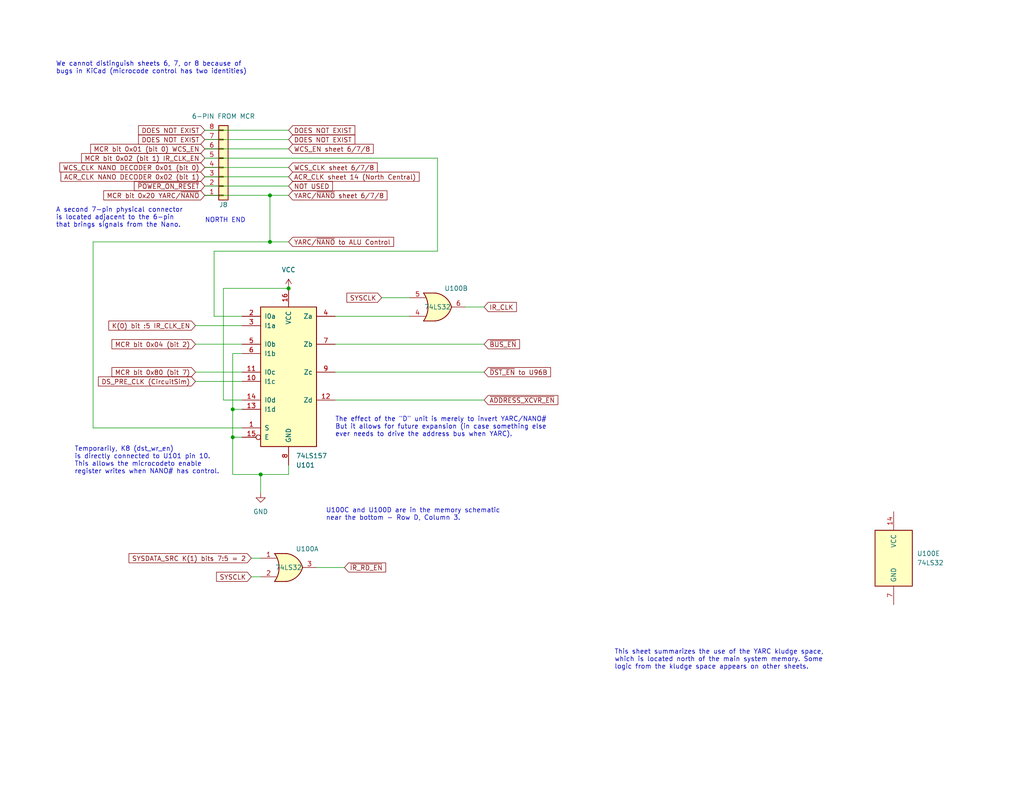
<source format=kicad_sch>
(kicad_sch (version 20211123) (generator eeschema)
  (paper "USLetter")
  (title_block (title "YARC Kludge Space"))
  (lib_symbols
    (symbol "74xx:74LS157" (pin_names (offset 1.016))
      (property "Reference" "U" (at -7.62 19.05 0))
      (property "Value" "74LS157" (at -7.62 -21.59 0))
      (symbol "74LS157_1_0"
        (pin input line (at -12.7 -15.24 0) (length 5.08) (name "S") (number "1"))
        (pin input line (at -12.7 -2.54 0) (length 5.08) (name "I1c") (number "10"))
        (pin input line (at -12.7 0 0) (length 5.08) (name "I0c") (number "11"))
        (pin output line (at 12.7 -7.62 180) (length 5.08) (name "Zd") (number "12"))
        (pin input line (at -12.7 -10.16 0) (length 5.08) (name "I1d") (number "13"))
        (pin input line (at -12.7 -7.62 0) (length 5.08) (name "I0d") (number "14"))
        (pin input inverted (at -12.7 -17.78 0) (length 5.08) (name "E") (number "15"))
        (pin power_in line (at 0 22.86 270) (length 5.08) (name "VCC") (number "16"))
        (pin input line (at -12.7 15.24 0) (length 5.08) (name "I0a") (number "2"))
        (pin input line (at -12.7 12.7 0) (length 5.08) (name "I1a") (number "3"))
        (pin output line (at 12.7 15.24 180) (length 5.08) (name "Za") (number "4"))
        (pin input line (at -12.7 7.62 0) (length 5.08) (name "I0b") (number "5"))
        (pin input line (at -12.7 5.08 0) (length 5.08) (name "I1b") (number "6"))
        (pin output line (at 12.7 7.62 180) (length 5.08) (name "Zb") (number "7"))
        (pin power_in line (at 0 -25.4 90) (length 5.08) (name "GND") (number "8"))
        (pin output line (at 12.7 0 180) (length 5.08) (name "Zc") (number "9"))
      )
      (symbol "74LS157_1_1"
        (rectangle (start -7.62 17.78) (end 7.62 -20.32) (stroke (width 0.254)) (fill (type background)))
      )
    )
    (symbol "74xx:74LS32" (pin_names (offset 1.016))
      (property "Reference" "U" (at 0 1.27 0))
      (property "Value" "74LS32" (at 0 -1.27 0))
      (symbol "74LS32_1_1"
        (arc (start -3.81 -3.81) (mid -2.589 0) (end -3.81 3.81) (stroke (width 0.254)))
        (arc (start -0.6096 -3.81) (mid 2.1855 -2.584) (end 3.81 0) (stroke (width 0.254)) (fill (type background)))
        (polyline (pts (xy -3.81 -3.81) (xy -0.635 -3.81)) (stroke (width 0.254)) (fill (type background)))
        (polyline (pts (xy -3.81 3.81) (xy -0.635 3.81)) (stroke (width 0.254)) (fill (type background)))
        (polyline (pts (xy -0.635 3.81) (xy -3.81 3.81) (xy -3.81 3.81) (xy -3.556 3.4036) (xy -3.0226 2.2606) (xy -2.6924 1.0414) (xy -2.6162 -0.254) (xy -2.7686 -1.4986) (xy -3.175 -2.7178) (xy -3.81 -3.81) (xy -3.81 -3.81) (xy -0.635 -3.81)) (stroke (width -25.4)) (fill (type background)))
        (arc (start 3.81 0) (mid 2.1928 2.5925) (end -0.6096 3.81) (stroke (width 0.254)) (fill (type background)))
        (pin input line (at -7.62 2.54 0) (length 4.318) (name "~") (number "1"))
        (pin input line (at -7.62 -2.54 0) (length 4.318) (name "~") (number "2"))
        (pin output line (at 7.62 0 180) (length 3.81) (name "~") (number "3"))
      )
      (symbol "74LS32_1_2"
        (arc (start 0 -3.81) (mid 3.81 0) (end 0 3.81) (stroke (width 0.254)) (fill (type background)))
        (polyline (pts (xy 0 3.81) (xy -3.81 3.81) (xy -3.81 -3.81) (xy 0 -3.81)) (stroke (width 0.254)) (fill (type background)))
        (pin input inverted (at -7.62 2.54 0) (length 3.81) (name "~") (number "1"))
        (pin input inverted (at -7.62 -2.54 0) (length 3.81) (name "~") (number "2"))
        (pin output inverted (at 7.62 0 180) (length 3.81) (name "~") (number "3"))
      )
      (symbol "74LS32_2_1"
        (arc (start -3.81 -3.81) (mid -2.589 0) (end -3.81 3.81) (stroke (width 0.254)))
        (arc (start -0.6096 -3.81) (mid 2.1855 -2.584) (end 3.81 0) (stroke (width 0.254)) (fill (type background)))
        (polyline (pts (xy -3.81 -3.81) (xy -0.635 -3.81)) (stroke (width 0.254)) (fill (type background)))
        (polyline (pts (xy -3.81 3.81) (xy -0.635 3.81)) (stroke (width 0.254)) (fill (type background)))
        (polyline (pts (xy -0.635 3.81) (xy -3.81 3.81) (xy -3.81 3.81) (xy -3.556 3.4036) (xy -3.0226 2.2606) (xy -2.6924 1.0414) (xy -2.6162 -0.254) (xy -2.7686 -1.4986) (xy -3.175 -2.7178) (xy -3.81 -3.81) (xy -3.81 -3.81) (xy -0.635 -3.81)) (stroke (width -25.4)) (fill (type background)))
        (arc (start 3.81 0) (mid 2.1928 2.5925) (end -0.6096 3.81) (stroke (width 0.254)) (fill (type background)))
        (pin input line (at -7.62 2.54 0) (length 4.318) (name "~") (number "4"))
        (pin input line (at -7.62 -2.54 0) (length 4.318) (name "~") (number "5"))
        (pin output line (at 7.62 0 180) (length 3.81) (name "~") (number "6"))
      )
      (symbol "74LS32_2_2"
        (arc (start 0 -3.81) (mid 3.81 0) (end 0 3.81) (stroke (width 0.254)) (fill (type background)))
        (polyline (pts (xy 0 3.81) (xy -3.81 3.81) (xy -3.81 -3.81) (xy 0 -3.81)) (stroke (width 0.254)) (fill (type background)))
        (pin input inverted (at -7.62 2.54 0) (length 3.81) (name "~") (number "4"))
        (pin input inverted (at -7.62 -2.54 0) (length 3.81) (name "~") (number "5"))
        (pin output inverted (at 7.62 0 180) (length 3.81) (name "~") (number "6"))
      )
      (symbol "74LS32_3_1"
        (arc (start -3.81 -3.81) (mid -2.589 0) (end -3.81 3.81) (stroke (width 0.254)))
        (arc (start -0.6096 -3.81) (mid 2.1855 -2.584) (end 3.81 0) (stroke (width 0.254)) (fill (type background)))
        (polyline (pts (xy -3.81 -3.81) (xy -0.635 -3.81)) (stroke (width 0.254)) (fill (type background)))
        (polyline (pts (xy -3.81 3.81) (xy -0.635 3.81)) (stroke (width 0.254)) (fill (type background)))
        (polyline (pts (xy -0.635 3.81) (xy -3.81 3.81) (xy -3.81 3.81) (xy -3.556 3.4036) (xy -3.0226 2.2606) (xy -2.6924 1.0414) (xy -2.6162 -0.254) (xy -2.7686 -1.4986) (xy -3.175 -2.7178) (xy -3.81 -3.81) (xy -3.81 -3.81) (xy -0.635 -3.81)) (stroke (width -25.4)) (fill (type background)))
        (arc (start 3.81 0) (mid 2.1928 2.5925) (end -0.6096 3.81) (stroke (width 0.254)) (fill (type background)))
        (pin input line (at -7.62 -2.54 0) (length 4.318) (name "~") (number "10"))
        (pin output line (at 7.62 0 180) (length 3.81) (name "~") (number "8"))
        (pin input line (at -7.62 2.54 0) (length 4.318) (name "~") (number "9"))
      )
      (symbol "74LS32_3_2"
        (arc (start 0 -3.81) (mid 3.81 0) (end 0 3.81) (stroke (width 0.254)) (fill (type background)))
        (polyline (pts (xy 0 3.81) (xy -3.81 3.81) (xy -3.81 -3.81) (xy 0 -3.81)) (stroke (width 0.254)) (fill (type background)))
        (pin input inverted (at -7.62 -2.54 0) (length 3.81) (name "~") (number "10"))
        (pin output inverted (at 7.62 0 180) (length 3.81) (name "~") (number "8"))
        (pin input inverted (at -7.62 2.54 0) (length 3.81) (name "~") (number "9"))
      )
      (symbol "74LS32_4_1"
        (arc (start -3.81 -3.81) (mid -2.589 0) (end -3.81 3.81) (stroke (width 0.254)))
        (arc (start -0.6096 -3.81) (mid 2.1855 -2.584) (end 3.81 0) (stroke (width 0.254)) (fill (type background)))
        (polyline (pts (xy -3.81 -3.81) (xy -0.635 -3.81)) (stroke (width 0.254)) (fill (type background)))
        (polyline (pts (xy -3.81 3.81) (xy -0.635 3.81)) (stroke (width 0.254)) (fill (type background)))
        (polyline (pts (xy -0.635 3.81) (xy -3.81 3.81) (xy -3.81 3.81) (xy -3.556 3.4036) (xy -3.0226 2.2606) (xy -2.6924 1.0414) (xy -2.6162 -0.254) (xy -2.7686 -1.4986) (xy -3.175 -2.7178) (xy -3.81 -3.81) (xy -3.81 -3.81) (xy -0.635 -3.81)) (stroke (width -25.4)) (fill (type background)))
        (arc (start 3.81 0) (mid 2.1928 2.5925) (end -0.6096 3.81) (stroke (width 0.254)) (fill (type background)))
        (pin output line (at 7.62 0 180) (length 3.81) (name "~") (number "11"))
        (pin input line (at -7.62 2.54 0) (length 4.318) (name "~") (number "12"))
        (pin input line (at -7.62 -2.54 0) (length 4.318) (name "~") (number "13"))
      )
      (symbol "74LS32_4_2"
        (arc (start 0 -3.81) (mid 3.81 0) (end 0 3.81) (stroke (width 0.254)) (fill (type background)))
        (polyline (pts (xy 0 3.81) (xy -3.81 3.81) (xy -3.81 -3.81) (xy 0 -3.81)) (stroke (width 0.254)) (fill (type background)))
        (pin output inverted (at 7.62 0 180) (length 3.81) (name "~") (number "11"))
        (pin input inverted (at -7.62 2.54 0) (length 3.81) (name "~") (number "12"))
        (pin input inverted (at -7.62 -2.54 0) (length 3.81) (name "~") (number "13"))
      )
      (symbol "74LS32_5_0"
        (pin power_in line (at 0 12.7 270) (length 5.08) (name "VCC") (number "14"))
        (pin power_in line (at 0 -12.7 90) (length 5.08) (name "GND") (number "7"))
      )
      (symbol "74LS32_5_1"
        (rectangle (start -5.08 7.62) (end 5.08 -7.62) (stroke (width 0.254)) (fill (type background)))
      )
    )
    (symbol "Connector_Generic:Conn_01x08" (pin_names (offset 1.016) hide)
      (property "Reference" "J" (at 0 10.16 0))
      (property "Value" "Conn_01x08" (at 0 -12.7 0))
      (symbol "Conn_01x08_1_1"
        (rectangle (start -1.27 -10.033) (end 0 -10.287) (stroke (width 0.1524)))
        (rectangle (start -1.27 -7.493) (end 0 -7.747) (stroke (width 0.1524)))
        (rectangle (start -1.27 -4.953) (end 0 -5.207) (stroke (width 0.1524)))
        (rectangle (start -1.27 -2.413) (end 0 -2.667) (stroke (width 0.1524)))
        (rectangle (start -1.27 0.127) (end 0 -0.127) (stroke (width 0.1524)))
        (rectangle (start -1.27 2.667) (end 0 2.413) (stroke (width 0.1524)))
        (rectangle (start -1.27 5.207) (end 0 4.953) (stroke (width 0.1524)))
        (rectangle (start -1.27 7.747) (end 0 7.493) (stroke (width 0.1524)))
        (rectangle (start -1.27 8.89) (end 1.27 -11.43) (stroke (width 0.254)) (fill (type background)))
        (pin passive line (at -5.08 7.62 0) (length 3.81) (name "Pin_1") (number "1"))
        (pin passive line (at -5.08 5.08 0) (length 3.81) (name "Pin_2") (number "2"))
        (pin passive line (at -5.08 2.54 0) (length 3.81) (name "Pin_3") (number "3"))
        (pin passive line (at -5.08 0 0) (length 3.81) (name "Pin_4") (number "4"))
        (pin passive line (at -5.08 -2.54 0) (length 3.81) (name "Pin_5") (number "5"))
        (pin passive line (at -5.08 -5.08 0) (length 3.81) (name "Pin_6") (number "6"))
        (pin passive line (at -5.08 -7.62 0) (length 3.81) (name "Pin_7") (number "7"))
        (pin passive line (at -5.08 -10.16 0) (length 3.81) (name "Pin_8") (number "8"))
      )
    )
    (symbol "power:GND" (power) (pin_names (offset 0))
      (property "Value" "GND" (at 0 -3.81 0))
      (symbol "GND_0_1"
        (polyline (pts (xy 0 0) (xy 0 -1.27) (xy 1.27 -1.27) (xy 0 -2.54) (xy -1.27 -1.27) (xy 0 -1.27)))
      )
      (symbol "GND_1_1"
        (pin power_in line (at 0 0 270) (length 0) hide (name "GND") (number "1"))
      )
    )
    (symbol "power:VCC" (power) (pin_names (offset 0))
      (property "Value" "VCC" (at 0 3.81 0))
      (symbol "VCC_0_1"
        (polyline (pts (xy -0.762 1.27) (xy 0 2.54)))
        (polyline (pts (xy 0 0) (xy 0 2.54)))
        (polyline (pts (xy 0 2.54) (xy 0.762 1.27)))
      )
      (symbol "VCC_1_1"
        (pin power_in line (at 0 0 90) (length 0) hide (name "VCC") (number "1"))
      )
    )
  )
  (junction (at 63.5 119.38))
  (junction (at 78.74 78.74))
  (junction (at 63.5 111.76))
  (junction (at 73.66 53.34))
  (junction (at 71.12 129.54))
  (junction (at 73.66 66.04))
  (wire (pts (xy 104.14 81.28) (xy 111.76 81.28)))
  (wire (pts (xy 119.38 43.18) (xy 55.88 43.18)))
  (wire (pts (xy 58.42 86.36) (xy 66.04 86.36)))
  (wire (pts (xy 66.04 101.6) (xy 53.34 101.6)))
  (wire (pts (xy 73.66 66.04) (xy 73.66 53.34)))
  (wire (pts (xy 119.38 68.58) (xy 119.38 43.18)))
  (wire (pts (xy 91.44 109.22) (xy 132.08 109.22)))
  (wire (pts (xy 73.66 53.34) (xy 78.74 53.34)))
  (wire (pts (xy 25.4 66.04) (xy 25.4 116.84)))
  (wire (pts (xy 55.88 53.34) (xy 73.66 53.34)))
  (wire (pts (xy 60.96 109.22) (xy 60.96 78.74)))
  (wire (pts (xy 63.5 96.52) (xy 63.5 111.76)))
  (wire (pts (xy 63.5 129.54) (xy 71.12 129.54)))
  (wire (pts (xy 71.12 134.62) (xy 71.12 129.54)))
  (wire (pts (xy 68.58 152.4) (xy 71.12 152.4)))
  (wire (pts (xy 91.44 86.36) (xy 111.76 86.36)))
  (wire (pts (xy 53.34 93.98) (xy 66.04 93.98)))
  (wire (pts (xy 58.42 68.58) (xy 58.42 86.36)))
  (wire (pts (xy 78.74 48.26) (xy 55.88 48.26)))
  (wire (pts (xy 66.04 111.76) (xy 63.5 111.76)))
  (wire (pts (xy 78.74 50.8) (xy 55.88 50.8)))
  (wire (pts (xy 63.5 129.54) (xy 63.5 119.38)))
  (wire (pts (xy 25.4 66.04) (xy 73.66 66.04)))
  (wire (pts (xy 78.74 35.56) (xy 55.88 35.56)))
  (wire (pts (xy 91.44 93.98) (xy 132.08 93.98)))
  (wire (pts (xy 66.04 88.9) (xy 53.34 88.9)))
  (wire (pts (xy 25.4 116.84) (xy 66.04 116.84)))
  (wire (pts (xy 66.04 104.14) (xy 53.34 104.14)))
  (wire (pts (xy 78.74 38.1) (xy 55.88 38.1)))
  (wire (pts (xy 63.5 111.76) (xy 63.5 119.38)))
  (wire (pts (xy 127 83.82) (xy 132.08 83.82)))
  (wire (pts (xy 66.04 119.38) (xy 63.5 119.38)))
  (wire (pts (xy 73.66 66.04) (xy 78.74 66.04)))
  (wire (pts (xy 78.74 45.72) (xy 55.88 45.72)))
  (wire (pts (xy 78.74 40.64) (xy 55.88 40.64)))
  (wire (pts (xy 66.04 109.22) (xy 60.96 109.22)))
  (wire (pts (xy 60.96 78.74) (xy 78.74 78.74)))
  (wire (pts (xy 71.12 129.54) (xy 78.74 129.54)))
  (wire (pts (xy 86.36 154.94) (xy 93.98 154.94)))
  (wire (pts (xy 58.42 68.58) (xy 119.38 68.58)))
  (wire (pts (xy 71.12 157.48) (xy 68.58 157.48)))
  (wire (pts (xy 91.44 101.6) (xy 132.08 101.6)))
  (wire (pts (xy 78.74 129.54) (xy 78.74 127)))
  (wire (pts (xy 63.5 96.52) (xy 66.04 96.52)))
  (text "NORTH END" (at 55.88 60.96 0) (effects (font (size 1.27 1.27)) (justify left bottom)))
  (text "Temporarily, K8 (dst_wr_en)\nis directly connected to U101 pin 10.\nThis allows the microcodeto enable\nregister writes when NANO# has control." (at 20.32 129.54 0) (effects (font (size 1.27 1.27)) (justify left bottom)))
  (text "The effect of the \"D\" unit is merely to invert YARC/NANO#\nBut it allows for future expansion (in case something else\never needs to drive the address bus when YARC)." (at 91.44 119.38 0) (effects (font (size 1.27 1.27)) (justify left bottom)))
  (text "U100C and U100D are in the memory schematic\nnear the bottom - Row D, Column 3." (at 88.9 142.24 0) (effects (font (size 1.27 1.27)) (justify left bottom)))
  (text "A second 7-pin physical connector\nis located adjacent to the 6-pin\nthat brings signals from the Nano." (at 15.24 62.23 0) (effects (font (size 1.27 1.27)) (justify left bottom)))
  (text "This sheet summarizes the use of the YARC kludge space,\nwhich is located north of the main system memory. Some\nlogic from the kludge space appears on other sheets." (at 167.64 182.88 0) (effects (font (size 1.27 1.27)) (justify left bottom)))
  (text "We cannot distinguish sheets 6, 7, or 8 because of\nbugs in KiCad (microcode control has two identities)" (at 15.24 20.32 0) (effects (font (size 1.27 1.27)) (justify left bottom)))
  (global_label "DOES NOT EXIST" (shape input) (at 78.74 38.1 0) (property "Intersheet References" "${INTERSHEET_REFS}" (effects hide)))
  (global_label "MCR bit 0x04 (bit 2)" (shape input) (at 53.34 93.98 180) (property "Intersheet References" "${INTERSHEET_REFS}" (effects hide)))
  (global_label "MCR bit 0x80 (bit 7)" (shape input) (at 53.34 101.6 180) (property "Intersheet References" "${INTERSHEET_REFS}" (effects hide)))
  (global_label "~{DST_EN} to U96B" (shape input) (at 132.08 101.6 0) (property "Intersheet References" "${INTERSHEET_REFS}" (effects hide)))
  (global_label "K(0) bit :5 IR_CLK_EN" (shape input) (at 53.34 88.9 180) (property "Intersheet References" "${INTERSHEET_REFS}" (effects hide)))
  (global_label "WCS_CLK sheet 6{slash}7{slash}8" (shape input) (at 78.74 45.72 0) (property "Intersheet References" "${INTERSHEET_REFS}" (effects hide)))
  (global_label "WCS_CLK NANO DECODER 0x01 (bit 0)" (shape input) (at 55.88 45.72 180) (property "Intersheet References" "${INTERSHEET_REFS}" (effects hide)))
  (global_label "~{ADDRESS_XCVR_EN}" (shape input) (at 132.08 109.22 0) (property "Intersheet References" "${INTERSHEET_REFS}" (effects hide)))
  (global_label "SYSCLK" (shape input) (at 68.58 157.48 180) (property "Intersheet References" "${INTERSHEET_REFS}" (effects hide)))
  (global_label "YARC{slash}~{NANO} to ALU Control" (shape input) (at 78.74 66.04 0) (property "Intersheet References" "${INTERSHEET_REFS}" (effects hide)))
  (global_label "DS_PRE_CLK (CircuitSim)" (shape input) (at 53.34 104.14 180) (property "Intersheet References" "${INTERSHEET_REFS}" (effects hide)))
  (global_label "~{IR_RD_EN}" (shape input) (at 93.98 154.94 0) (property "Intersheet References" "${INTERSHEET_REFS}" (effects hide)))
  (global_label "WCS_EN sheet 6{slash}7{slash}8" (shape input) (at 78.74 40.64 0) (property "Intersheet References" "${INTERSHEET_REFS}" (effects hide)))
  (global_label "MCR bit 0x01 (bit 0) WCS_EN" (shape input) (at 55.88 40.64 180) (property "Intersheet References" "${INTERSHEET_REFS}" (effects hide)))
  (global_label "DOES NOT EXIST" (shape input) (at 78.74 35.56 0) (property "Intersheet References" "${INTERSHEET_REFS}" (effects hide)))
  (global_label "~{BUS_EN}" (shape input) (at 132.08 93.98 0) (property "Intersheet References" "${INTERSHEET_REFS}" (effects hide)))
  (global_label "SYSCLK" (shape input) (at 104.14 81.28 180) (property "Intersheet References" "${INTERSHEET_REFS}" (effects hide)))
  (global_label "ACR_CLK sheet 14 (North Central)" (shape input) (at 78.74 48.26 0) (property "Intersheet References" "${INTERSHEET_REFS}" (effects hide)))
  (global_label "ACR_CLK NANO DECODER 0x02 (bit 1)" (shape input) (at 55.88 48.26 180) (property "Intersheet References" "${INTERSHEET_REFS}" (effects hide)))
  (global_label "DOES NOT EXIST" (shape input) (at 55.88 35.56 180) (property "Intersheet References" "${INTERSHEET_REFS}" (effects hide)))
  (global_label "SYSDATA_SRC K(1) bits 7:5 = 2" (shape input) (at 68.58 152.4 180) (property "Intersheet References" "${INTERSHEET_REFS}" (effects hide)))
  (global_label "NOT USED" (shape input) (at 78.74 50.8 0) (property "Intersheet References" "${INTERSHEET_REFS}" (effects hide)))
  (global_label "YARC{slash}~{NANO} sheet 6{slash}7{slash}8" (shape input) (at 78.74 53.34 0) (property "Intersheet References" "${INTERSHEET_REFS}" (effects hide)))
  (global_label "MCR bit 0x02 (bit 1) IR_CLK_EN" (shape input) (at 55.88 43.18 180) (property "Intersheet References" "${INTERSHEET_REFS}" (effects hide)))
  (global_label "IR_CLK" (shape input) (at 132.08 83.82 0) (property "Intersheet References" "${INTERSHEET_REFS}" (effects hide)))
  (global_label "~{POWER_ON_RESET}" (shape input) (at 55.88 50.8 180) (property "Intersheet References" "${INTERSHEET_REFS}" (effects hide)))
  (global_label "DOES NOT EXIST" (shape input) (at 55.88 38.1 180) (property "Intersheet References" "${INTERSHEET_REFS}" (effects hide)))
  (global_label "MCR bit 0x20 YARC{slash}~{NANO}" (shape input) (at 55.88 53.34 180) (property "Intersheet References" "${INTERSHEET_REFS}" (effects hide)))
  (symbol (lib_id "power:VCC") (at 78.74 78.74 0) (unit 1)
    (property "Reference" "#PWR0172" (effects hide))
    (property "Value" "VCC" (at 78.74 73.66 0))
  )
  (symbol (lib_id "74xx:74LS32") (at 78.74 154.94 0) (unit 1)
    (property "Reference" "U100" (at 83.82 149.86 0))
    (property "Value" "74LS32" (at 78.74 154.94 0))
    (property "Datasheet" "http://www.ti.com/lit/gpn/sn74LS32" (effects hide))
  )
  (symbol (lib_id "74xx:74LS32") (at 243.84 152.4 0) (unit 5)
    (property "Reference" "U100" (at 250.19 151.1299 0) (effects (justify left)))
    (property "Value" "74LS32" (at 250.19 153.6699 0) (effects (justify left)))
    (property "Datasheet" "http://www.ti.com/lit/gpn/sn74LS32" (effects hide))
  )
  (symbol (lib_id "74xx:74LS157") (at 78.74 101.6 0) (unit 1)
    (property "Reference" "U101" (at 80.7594 127 0) (effects (justify left)))
    (property "Value" "74LS157" (at 80.7594 124.46 0) (effects (justify left)))
    (property "Datasheet" "http://www.ti.com/lit/gpn/sn74LS157" (effects hide))
  )
  (symbol (lib_id "74xx:74LS32") (at 119.38 83.82 0) (mirror x) (unit 2)
    (property "Reference" "U100" (at 124.46 78.74 0))
    (property "Value" "74LS32" (at 119.38 83.82 0))
    (property "Datasheet" "http://www.ti.com/lit/gpn/sn74LS32" (effects hide))
  )
  (symbol (lib_id "power:GND") (at 71.12 134.62 0) (unit 1)
    (property "Reference" "#PWR0171" (effects hide))
    (property "Value" "GND" (at 71.12 139.7 0))
  )
  (symbol (lib_id "Connector_Generic:Conn_01x08") (at 60.96 45.72 0) (mirror x) (unit 1)
    (property "Reference" "J8" (at 60.96 55.88 0))
    (property "Value" "6-PIN FROM MCR" (at 60.96 31.75 0))
  )
)
</source>
